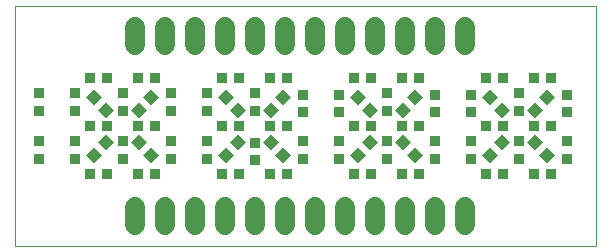
<source format=gts>
G04 EAGLE Gerber RS-274X export*
G75*
%MOMM*%
%FSLAX34Y34*%
%LPD*%
%INSolder Mask top*%
%IPPOS*%
%AMOC8*
5,1,8,0,0,1.08239X$1,22.5*%
G01*
%ADD10C,0.000000*%
%ADD11R,0.952400X0.952400*%
%ADD12R,0.952400X0.952400*%
%ADD13C,1.676400*%


D10*
X0Y0D02*
X492000Y0D01*
X492000Y203200D01*
X0Y203200D01*
X0Y0D01*
D11*
X63620Y142240D03*
X78620Y142240D03*
X50800Y129420D03*
X50800Y114420D03*
X132080Y129420D03*
X132080Y114420D03*
X132080Y73780D03*
X132080Y88780D03*
D12*
G36*
X73821Y125953D02*
X67087Y119219D01*
X60353Y125953D01*
X67087Y132687D01*
X73821Y125953D01*
G37*
G36*
X84427Y115347D02*
X77693Y108613D01*
X70959Y115347D01*
X77693Y122081D01*
X84427Y115347D01*
G37*
G36*
X115793Y119219D02*
X109059Y125953D01*
X115793Y132687D01*
X122527Y125953D01*
X115793Y119219D01*
G37*
G36*
X105187Y108613D02*
X98453Y115347D01*
X105187Y122081D01*
X111921Y115347D01*
X105187Y108613D01*
G37*
G36*
X67087Y83981D02*
X73821Y77247D01*
X67087Y70513D01*
X60353Y77247D01*
X67087Y83981D01*
G37*
G36*
X77693Y94587D02*
X84427Y87853D01*
X77693Y81119D01*
X70959Y87853D01*
X77693Y94587D01*
G37*
G36*
X109059Y77247D02*
X115793Y83981D01*
X122527Y77247D01*
X115793Y70513D01*
X109059Y77247D01*
G37*
G36*
X98453Y87853D02*
X105187Y94587D01*
X111921Y87853D01*
X105187Y81119D01*
X98453Y87853D01*
G37*
D11*
X119260Y142240D03*
X104260Y142240D03*
X91440Y129420D03*
X91440Y114420D03*
X91440Y73780D03*
X91440Y88780D03*
X63620Y101600D03*
X78620Y101600D03*
X119260Y101600D03*
X104260Y101600D03*
X119260Y60960D03*
X104260Y60960D03*
X63620Y60960D03*
X78620Y60960D03*
X50800Y73780D03*
X50800Y88780D03*
D13*
X101600Y170180D02*
X101600Y185420D01*
X127000Y185420D02*
X127000Y170180D01*
X152400Y170180D02*
X152400Y185420D01*
X177800Y185420D02*
X177800Y170180D01*
X203200Y170180D02*
X203200Y185420D01*
X228600Y185420D02*
X228600Y170180D01*
X254000Y170180D02*
X254000Y185420D01*
X279400Y185420D02*
X279400Y170180D01*
X304800Y170180D02*
X304800Y185420D01*
X330200Y185420D02*
X330200Y170180D01*
X355600Y170180D02*
X355600Y185420D01*
X381000Y185420D02*
X381000Y170180D01*
X101600Y33020D02*
X101600Y17780D01*
X127000Y17780D02*
X127000Y33020D01*
X152400Y33020D02*
X152400Y17780D01*
X177800Y17780D02*
X177800Y33020D01*
X203200Y33020D02*
X203200Y17780D01*
X228600Y17780D02*
X228600Y33020D01*
X254000Y33020D02*
X254000Y17780D01*
X279400Y17780D02*
X279400Y33020D01*
X304800Y33020D02*
X304800Y17780D01*
X330200Y17780D02*
X330200Y33020D01*
X355600Y33020D02*
X355600Y17780D01*
X381000Y17780D02*
X381000Y33020D01*
D11*
X175380Y142240D03*
X190380Y142240D03*
X231020Y142240D03*
X216020Y142240D03*
X203200Y129420D03*
X203200Y114420D03*
X203200Y72510D03*
X203200Y87510D03*
X175380Y101600D03*
X190380Y101600D03*
X231020Y101600D03*
X216020Y101600D03*
X231020Y60960D03*
X216020Y60960D03*
X175380Y60960D03*
X190380Y60960D03*
X162560Y73780D03*
X162560Y88780D03*
X162560Y129420D03*
X162560Y114420D03*
X243840Y128150D03*
X243840Y113150D03*
X243840Y73780D03*
X243840Y88780D03*
D12*
G36*
X185581Y125953D02*
X178847Y119219D01*
X172113Y125953D01*
X178847Y132687D01*
X185581Y125953D01*
G37*
G36*
X196187Y115347D02*
X189453Y108613D01*
X182719Y115347D01*
X189453Y122081D01*
X196187Y115347D01*
G37*
G36*
X227553Y119219D02*
X220819Y125953D01*
X227553Y132687D01*
X234287Y125953D01*
X227553Y119219D01*
G37*
G36*
X216947Y108613D02*
X210213Y115347D01*
X216947Y122081D01*
X223681Y115347D01*
X216947Y108613D01*
G37*
G36*
X178847Y83981D02*
X185581Y77247D01*
X178847Y70513D01*
X172113Y77247D01*
X178847Y83981D01*
G37*
G36*
X189453Y94587D02*
X196187Y87853D01*
X189453Y81119D01*
X182719Y87853D01*
X189453Y94587D01*
G37*
G36*
X220819Y77247D02*
X227553Y83981D01*
X234287Y77247D01*
X227553Y70513D01*
X220819Y77247D01*
G37*
G36*
X210213Y87853D02*
X216947Y94587D01*
X223681Y87853D01*
X216947Y81119D01*
X210213Y87853D01*
G37*
D11*
X287140Y142240D03*
X302140Y142240D03*
X342780Y142240D03*
X327780Y142240D03*
X314960Y129420D03*
X314960Y114420D03*
X314960Y88780D03*
X314960Y73780D03*
X287140Y101600D03*
X302140Y101600D03*
X342780Y101600D03*
X327780Y101600D03*
X342780Y60960D03*
X327780Y60960D03*
X287140Y60960D03*
X302140Y60960D03*
X274320Y73780D03*
X274320Y88780D03*
X274320Y128150D03*
X274320Y113150D03*
X355600Y128150D03*
X355600Y113150D03*
X355600Y73780D03*
X355600Y88780D03*
D12*
G36*
X297341Y125953D02*
X290607Y119219D01*
X283873Y125953D01*
X290607Y132687D01*
X297341Y125953D01*
G37*
G36*
X307947Y115347D02*
X301213Y108613D01*
X294479Y115347D01*
X301213Y122081D01*
X307947Y115347D01*
G37*
G36*
X339313Y119219D02*
X332579Y125953D01*
X339313Y132687D01*
X346047Y125953D01*
X339313Y119219D01*
G37*
G36*
X328707Y108613D02*
X321973Y115347D01*
X328707Y122081D01*
X335441Y115347D01*
X328707Y108613D01*
G37*
G36*
X290607Y83981D02*
X297341Y77247D01*
X290607Y70513D01*
X283873Y77247D01*
X290607Y83981D01*
G37*
G36*
X301213Y94587D02*
X307947Y87853D01*
X301213Y81119D01*
X294479Y87853D01*
X301213Y94587D01*
G37*
G36*
X332579Y77247D02*
X339313Y83981D01*
X346047Y77247D01*
X339313Y70513D01*
X332579Y77247D01*
G37*
G36*
X321973Y87853D02*
X328707Y94587D01*
X335441Y87853D01*
X328707Y81119D01*
X321973Y87853D01*
G37*
D11*
X398900Y142240D03*
X413900Y142240D03*
X454540Y142240D03*
X439540Y142240D03*
X426720Y129420D03*
X426720Y114420D03*
X426720Y88780D03*
X426720Y73780D03*
X398900Y101600D03*
X413900Y101600D03*
X454540Y101600D03*
X439540Y101600D03*
X454540Y60960D03*
X439540Y60960D03*
X398900Y60960D03*
X413900Y60960D03*
X386080Y73780D03*
X386080Y88780D03*
X386080Y128150D03*
X386080Y113150D03*
X467360Y128150D03*
X467360Y113150D03*
X467360Y73780D03*
X467360Y88780D03*
D12*
G36*
X409101Y125953D02*
X402367Y119219D01*
X395633Y125953D01*
X402367Y132687D01*
X409101Y125953D01*
G37*
G36*
X419707Y115347D02*
X412973Y108613D01*
X406239Y115347D01*
X412973Y122081D01*
X419707Y115347D01*
G37*
G36*
X451073Y119219D02*
X444339Y125953D01*
X451073Y132687D01*
X457807Y125953D01*
X451073Y119219D01*
G37*
G36*
X440467Y108613D02*
X433733Y115347D01*
X440467Y122081D01*
X447201Y115347D01*
X440467Y108613D01*
G37*
G36*
X402367Y83981D02*
X409101Y77247D01*
X402367Y70513D01*
X395633Y77247D01*
X402367Y83981D01*
G37*
G36*
X412973Y94587D02*
X419707Y87853D01*
X412973Y81119D01*
X406239Y87853D01*
X412973Y94587D01*
G37*
G36*
X444339Y77247D02*
X451073Y83981D01*
X457807Y77247D01*
X451073Y70513D01*
X444339Y77247D01*
G37*
G36*
X433733Y87853D02*
X440467Y94587D01*
X447201Y87853D01*
X440467Y81119D01*
X433733Y87853D01*
G37*
D11*
X20320Y129420D03*
X20320Y114420D03*
X20320Y88780D03*
X20320Y73780D03*
M02*

</source>
